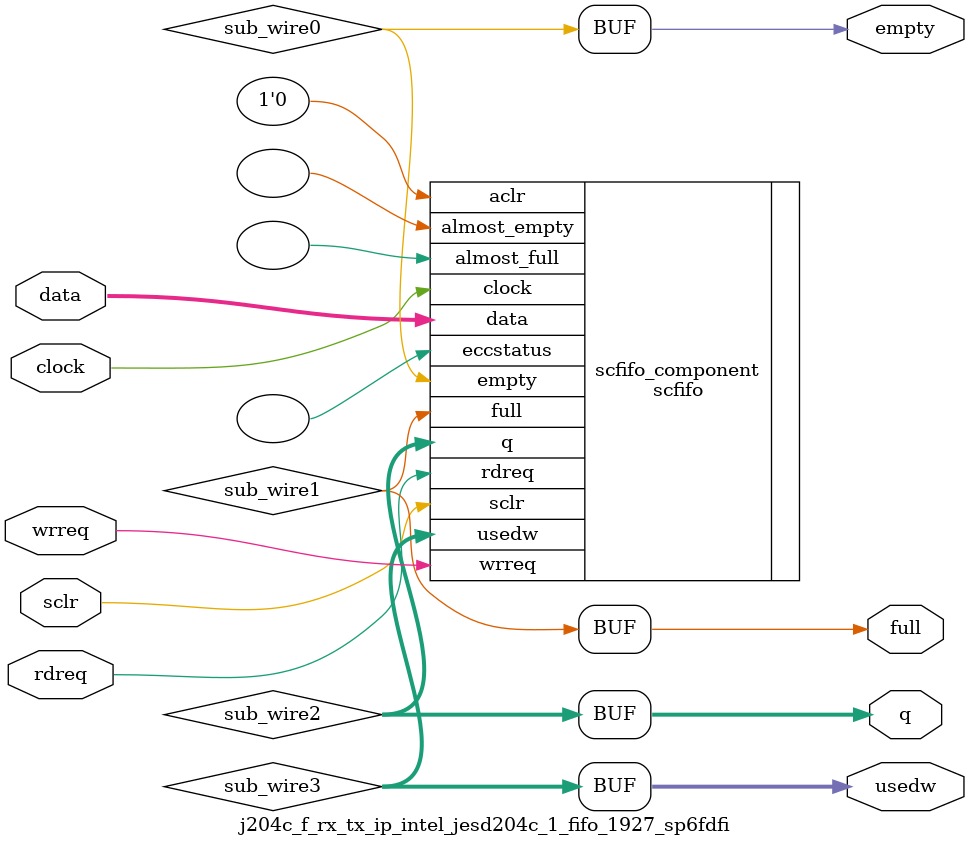
<source format=v>



`timescale 1 ps / 1 ps
// synopsys translate_on
module  j204c_f_rx_tx_ip_intel_jesd204c_1_fifo_1927_sp6fdfi  (
    clock,
    data,
    rdreq,
    sclr,
    wrreq,
    empty,
    full,
    q,
    usedw);

    input    clock;
    input  [151:0]  data;
    input    rdreq;
    input    sclr;
    input    wrreq;
    output   empty;
    output   full;
    output [151:0]  q;
    output [8:0]  usedw;

    wire  sub_wire0;
    wire  sub_wire1;
    wire [151:0] sub_wire2;
    wire [8:0] sub_wire3;
    wire  empty = sub_wire0;
    wire  full = sub_wire1;
    wire [151:0] q = sub_wire2[151:0];
    wire [8:0] usedw = sub_wire3[8:0];

    scfifo  scfifo_component (
                .clock (clock),
                .data (data),
                .rdreq (rdreq),
                .sclr (sclr),
                .wrreq (wrreq),
                .empty (sub_wire0),
                .full (sub_wire1),
                .q (sub_wire2),
                .usedw (sub_wire3),
                .aclr (1'b0),
                .almost_empty (),
                .almost_full (),
                .eccstatus ());
    defparam
        scfifo_component.add_ram_output_register  = "OFF",
        scfifo_component.enable_ecc  = "FALSE",
        scfifo_component.intended_device_family  = "Agilex 7",
        scfifo_component.lpm_hint  = "RAM_BLOCK_TYPE=M20K,MAXIMUM_DEPTH=512",
        scfifo_component.lpm_numwords  = 512,
        scfifo_component.lpm_showahead  = "ON",
        scfifo_component.lpm_type  = "scfifo",
        scfifo_component.lpm_width  = 152,
        scfifo_component.lpm_widthu  = 9,
        scfifo_component.overflow_checking  = "ON",
        scfifo_component.underflow_checking  = "ON",
        scfifo_component.use_eab  = "ON";


endmodule



</source>
